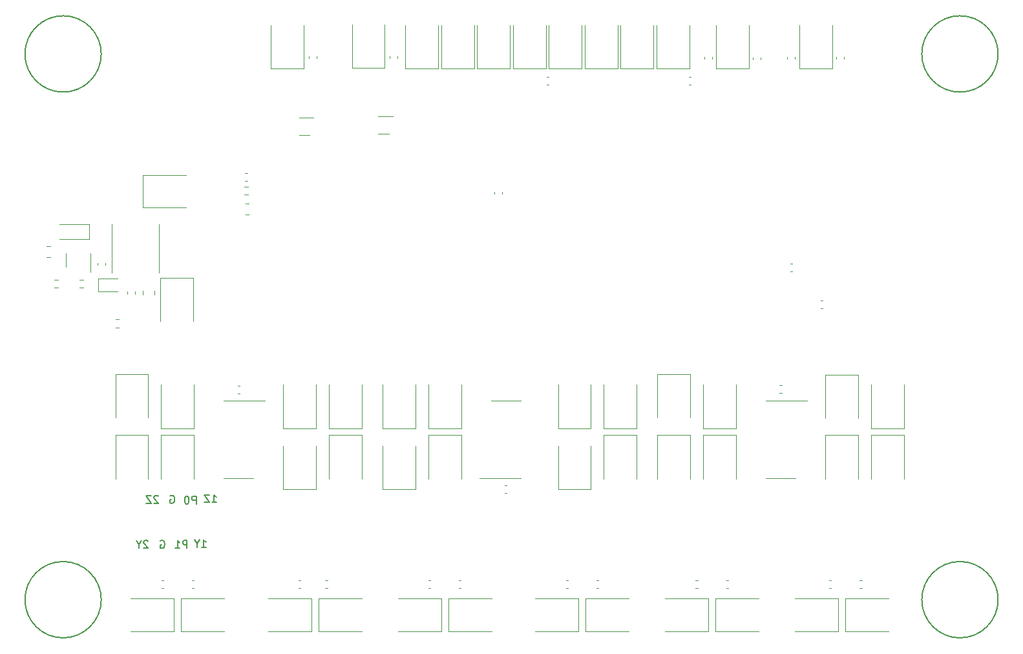
<source format=gbr>
%TF.GenerationSoftware,KiCad,Pcbnew,5.1.10-88a1d61d58~88~ubuntu20.04.1*%
%TF.CreationDate,2021-05-20T14:16:26-06:00*%
%TF.ProjectId,colordance-brain,636f6c6f-7264-4616-9e63-652d62726169,rev?*%
%TF.SameCoordinates,Original*%
%TF.FileFunction,Legend,Bot*%
%TF.FilePolarity,Positive*%
%FSLAX46Y46*%
G04 Gerber Fmt 4.6, Leading zero omitted, Abs format (unit mm)*
G04 Created by KiCad (PCBNEW 5.1.10-88a1d61d58~88~ubuntu20.04.1) date 2021-05-20 14:16:26*
%MOMM*%
%LPD*%
G01*
G04 APERTURE LIST*
%ADD10C,0.150000*%
%ADD11C,0.120000*%
G04 APERTURE END LIST*
D10*
X33461904Y-110447619D02*
X33414285Y-110400000D01*
X33319047Y-110352380D01*
X33080952Y-110352380D01*
X32985714Y-110400000D01*
X32938095Y-110447619D01*
X32890476Y-110542857D01*
X32890476Y-110638095D01*
X32938095Y-110780952D01*
X33509523Y-111352380D01*
X32890476Y-111352380D01*
X32557142Y-110352380D02*
X31890476Y-110352380D01*
X32557142Y-111352380D01*
X31890476Y-111352380D01*
X35038095Y-110400000D02*
X35133333Y-110352380D01*
X35276190Y-110352380D01*
X35419047Y-110400000D01*
X35514285Y-110495238D01*
X35561904Y-110590476D01*
X35609523Y-110780952D01*
X35609523Y-110923809D01*
X35561904Y-111114285D01*
X35514285Y-111209523D01*
X35419047Y-111304761D01*
X35276190Y-111352380D01*
X35180952Y-111352380D01*
X35038095Y-111304761D01*
X34990476Y-111257142D01*
X34990476Y-110923809D01*
X35180952Y-110923809D01*
X38438095Y-111452380D02*
X38438095Y-110452380D01*
X38057142Y-110452380D01*
X37961904Y-110500000D01*
X37914285Y-110547619D01*
X37866666Y-110642857D01*
X37866666Y-110785714D01*
X37914285Y-110880952D01*
X37961904Y-110928571D01*
X38057142Y-110976190D01*
X38438095Y-110976190D01*
X37247619Y-110452380D02*
X37152380Y-110452380D01*
X37057142Y-110500000D01*
X37009523Y-110547619D01*
X36961904Y-110642857D01*
X36914285Y-110833333D01*
X36914285Y-111071428D01*
X36961904Y-111261904D01*
X37009523Y-111357142D01*
X37057142Y-111404761D01*
X37152380Y-111452380D01*
X37247619Y-111452380D01*
X37342857Y-111404761D01*
X37390476Y-111357142D01*
X37438095Y-111261904D01*
X37485714Y-111071428D01*
X37485714Y-110833333D01*
X37438095Y-110642857D01*
X37390476Y-110547619D01*
X37342857Y-110500000D01*
X37247619Y-110452380D01*
X40490476Y-111252380D02*
X41061904Y-111252380D01*
X40776190Y-111252380D02*
X40776190Y-110252380D01*
X40871428Y-110395238D01*
X40966666Y-110490476D01*
X41061904Y-110538095D01*
X40157142Y-110252380D02*
X39490476Y-110252380D01*
X40157142Y-111252380D01*
X39490476Y-111252380D01*
X39142857Y-117152380D02*
X39714285Y-117152380D01*
X39428571Y-117152380D02*
X39428571Y-116152380D01*
X39523809Y-116295238D01*
X39619047Y-116390476D01*
X39714285Y-116438095D01*
X38523809Y-116676190D02*
X38523809Y-117152380D01*
X38857142Y-116152380D02*
X38523809Y-116676190D01*
X38190476Y-116152380D01*
X37238095Y-117252380D02*
X37238095Y-116252380D01*
X36857142Y-116252380D01*
X36761904Y-116300000D01*
X36714285Y-116347619D01*
X36666666Y-116442857D01*
X36666666Y-116585714D01*
X36714285Y-116680952D01*
X36761904Y-116728571D01*
X36857142Y-116776190D01*
X37238095Y-116776190D01*
X35714285Y-117252380D02*
X36285714Y-117252380D01*
X36000000Y-117252380D02*
X36000000Y-116252380D01*
X36095238Y-116395238D01*
X36190476Y-116490476D01*
X36285714Y-116538095D01*
X33738095Y-116300000D02*
X33833333Y-116252380D01*
X33976190Y-116252380D01*
X34119047Y-116300000D01*
X34214285Y-116395238D01*
X34261904Y-116490476D01*
X34309523Y-116680952D01*
X34309523Y-116823809D01*
X34261904Y-117014285D01*
X34214285Y-117109523D01*
X34119047Y-117204761D01*
X33976190Y-117252380D01*
X33880952Y-117252380D01*
X33738095Y-117204761D01*
X33690476Y-117157142D01*
X33690476Y-116823809D01*
X33880952Y-116823809D01*
X32114285Y-116347619D02*
X32066666Y-116300000D01*
X31971428Y-116252380D01*
X31733333Y-116252380D01*
X31638095Y-116300000D01*
X31590476Y-116347619D01*
X31542857Y-116442857D01*
X31542857Y-116538095D01*
X31590476Y-116680952D01*
X32161904Y-117252380D01*
X31542857Y-117252380D01*
X30923809Y-116776190D02*
X30923809Y-117252380D01*
X31257142Y-116252380D02*
X30923809Y-116776190D01*
X30590476Y-116252380D01*
D11*
%TO.C,U7*%
X63700000Y-62960000D02*
X62300000Y-62960000D01*
X62300000Y-60640000D02*
X64200000Y-60640000D01*
%TO.C,U6*%
X53300000Y-63160000D02*
X51900000Y-63160000D01*
X51900000Y-60840000D02*
X53800000Y-60840000D01*
%TO.C,D17*%
X103050000Y-54450000D02*
X98750000Y-54450000D01*
X98750000Y-54450000D02*
X98750000Y-48750000D01*
X103050000Y-54450000D02*
X103050000Y-48750000D01*
%TO.C,D16*%
X79550000Y-54450000D02*
X75250000Y-54450000D01*
X75250000Y-54450000D02*
X75250000Y-48750000D01*
X79550000Y-54450000D02*
X79550000Y-48750000D01*
%TO.C,D15*%
X93650000Y-54450000D02*
X89350000Y-54450000D01*
X89350000Y-54450000D02*
X89350000Y-48750000D01*
X93650000Y-54450000D02*
X93650000Y-48750000D01*
%TO.C,D14*%
X33750000Y-81850000D02*
X38050000Y-81850000D01*
X38050000Y-81850000D02*
X38050000Y-87550000D01*
X33750000Y-81850000D02*
X33750000Y-87550000D01*
%TO.C,D13*%
X70150000Y-54450000D02*
X65850000Y-54450000D01*
X65850000Y-54450000D02*
X65850000Y-48750000D01*
X70150000Y-54450000D02*
X70150000Y-48750000D01*
%TO.C,D12*%
X121750000Y-54450000D02*
X117450000Y-54450000D01*
X117450000Y-54450000D02*
X117450000Y-48750000D01*
X121750000Y-54450000D02*
X121750000Y-48750000D01*
%TO.C,D10*%
X63150000Y-54350000D02*
X58850000Y-54350000D01*
X58850000Y-54350000D02*
X58850000Y-48650000D01*
X63150000Y-54350000D02*
X63150000Y-48650000D01*
%TO.C,D8*%
X84250000Y-54450000D02*
X79950000Y-54450000D01*
X79950000Y-54450000D02*
X79950000Y-48750000D01*
X84250000Y-54450000D02*
X84250000Y-48750000D01*
%TO.C,D7*%
X98350000Y-54450000D02*
X94050000Y-54450000D01*
X94050000Y-54450000D02*
X94050000Y-48750000D01*
X98350000Y-54450000D02*
X98350000Y-48750000D01*
%TO.C,D6*%
X74850000Y-54450000D02*
X70550000Y-54450000D01*
X70550000Y-54450000D02*
X70550000Y-48750000D01*
X74850000Y-54450000D02*
X74850000Y-48750000D01*
%TO.C,D5*%
X110850000Y-54450000D02*
X106550000Y-54450000D01*
X106550000Y-54450000D02*
X106550000Y-48750000D01*
X110850000Y-54450000D02*
X110850000Y-48750000D01*
%TO.C,D4*%
X52550000Y-54450000D02*
X48250000Y-54450000D01*
X48250000Y-54450000D02*
X48250000Y-48750000D01*
X52550000Y-54450000D02*
X52550000Y-48750000D01*
%TO.C,D3*%
X88950000Y-54450000D02*
X84650000Y-54450000D01*
X84650000Y-54450000D02*
X84650000Y-48750000D01*
X88950000Y-54450000D02*
X88950000Y-48750000D01*
%TO.C,C33*%
X45140580Y-69110000D02*
X44859420Y-69110000D01*
X45140580Y-68090000D02*
X44859420Y-68090000D01*
D10*
%TO.C,H4*%
X26000000Y-124000000D02*
G75*
G03*
X26000000Y-124000000I-5000000J0D01*
G01*
%TO.C,H3*%
X143500000Y-52500000D02*
G75*
G03*
X143500000Y-52500000I-5000000J0D01*
G01*
%TO.C,H2*%
X143500000Y-124000000D02*
G75*
G03*
X143500000Y-124000000I-5000000J0D01*
G01*
%TO.C,H1*%
X26000000Y-52500000D02*
G75*
G03*
X26000000Y-52500000I-5000000J0D01*
G01*
D11*
%TO.C,U5*%
X79000000Y-108060000D02*
X75550000Y-108060000D01*
X79000000Y-108060000D02*
X80950000Y-108060000D01*
X79000000Y-97940000D02*
X77050000Y-97940000D01*
X79000000Y-97940000D02*
X80950000Y-97940000D01*
%TO.C,U4*%
X115000000Y-97940000D02*
X118450000Y-97940000D01*
X115000000Y-97940000D02*
X113050000Y-97940000D01*
X115000000Y-108060000D02*
X116950000Y-108060000D01*
X115000000Y-108060000D02*
X113050000Y-108060000D01*
%TO.C,U3*%
X44000000Y-97940000D02*
X47450000Y-97940000D01*
X44000000Y-97940000D02*
X42050000Y-97940000D01*
X44000000Y-108060000D02*
X45950000Y-108060000D01*
X44000000Y-108060000D02*
X42050000Y-108060000D01*
%TO.C,U1*%
X24610000Y-78600000D02*
X24610000Y-81050000D01*
X21390000Y-80400000D02*
X21390000Y-78600000D01*
%TO.C,R5*%
X20337258Y-83122500D02*
X19862742Y-83122500D01*
X20337258Y-82077500D02*
X19862742Y-82077500D01*
%TO.C,R4*%
X23637258Y-83122500D02*
X23162742Y-83122500D01*
X23637258Y-82077500D02*
X23162742Y-82077500D01*
%TO.C,R3*%
X45237258Y-70922500D02*
X44762742Y-70922500D01*
X45237258Y-69877500D02*
X44762742Y-69877500D01*
%TO.C,R2*%
X44872936Y-72065000D02*
X45327064Y-72065000D01*
X44872936Y-73535000D02*
X45327064Y-73535000D01*
%TO.C,R1*%
X27862742Y-87277500D02*
X28337258Y-87277500D01*
X27862742Y-88322500D02*
X28337258Y-88322500D01*
%TO.C,L1*%
X33600000Y-74850000D02*
X33600000Y-81150000D01*
X27400000Y-74850000D02*
X27400000Y-81150000D01*
%TO.C,D53*%
X96150000Y-101550000D02*
X96150000Y-95850000D01*
X91850000Y-101550000D02*
X91850000Y-95850000D01*
X96150000Y-101550000D02*
X91850000Y-101550000D01*
%TO.C,D52*%
X91850000Y-102450000D02*
X91850000Y-108150000D01*
X96150000Y-102450000D02*
X96150000Y-108150000D01*
X91850000Y-102450000D02*
X96150000Y-102450000D01*
%TO.C,D51*%
X90150000Y-109550000D02*
X90150000Y-103850000D01*
X85850000Y-109550000D02*
X85850000Y-103850000D01*
X90150000Y-109550000D02*
X85850000Y-109550000D01*
%TO.C,D50*%
X90150000Y-101550000D02*
X90150000Y-95850000D01*
X85850000Y-101550000D02*
X85850000Y-95850000D01*
X90150000Y-101550000D02*
X85850000Y-101550000D01*
%TO.C,D49*%
X88550000Y-123850000D02*
X82850000Y-123850000D01*
X88550000Y-128150000D02*
X82850000Y-128150000D01*
X88550000Y-123850000D02*
X88550000Y-128150000D01*
%TO.C,D48*%
X89450000Y-128150000D02*
X95150000Y-128150000D01*
X89450000Y-123850000D02*
X95150000Y-123850000D01*
X89450000Y-128150000D02*
X89450000Y-123850000D01*
%TO.C,D47*%
X73150000Y-101550000D02*
X73150000Y-95850000D01*
X68850000Y-101550000D02*
X68850000Y-95850000D01*
X73150000Y-101550000D02*
X68850000Y-101550000D01*
%TO.C,D46*%
X68850000Y-102450000D02*
X68850000Y-108150000D01*
X73150000Y-102450000D02*
X73150000Y-108150000D01*
X68850000Y-102450000D02*
X73150000Y-102450000D01*
%TO.C,D45*%
X67150000Y-109550000D02*
X67150000Y-103850000D01*
X62850000Y-109550000D02*
X62850000Y-103850000D01*
X67150000Y-109550000D02*
X62850000Y-109550000D01*
%TO.C,D44*%
X67150000Y-101550000D02*
X67150000Y-95850000D01*
X62850000Y-101550000D02*
X62850000Y-95850000D01*
X67150000Y-101550000D02*
X62850000Y-101550000D01*
%TO.C,D43*%
X70550000Y-123850000D02*
X64850000Y-123850000D01*
X70550000Y-128150000D02*
X64850000Y-128150000D01*
X70550000Y-123850000D02*
X70550000Y-128150000D01*
%TO.C,D42*%
X71450000Y-128150000D02*
X77150000Y-128150000D01*
X71450000Y-123850000D02*
X77150000Y-123850000D01*
X71450000Y-128150000D02*
X71450000Y-123850000D01*
%TO.C,D41*%
X109150000Y-101550000D02*
X109150000Y-95850000D01*
X104850000Y-101550000D02*
X104850000Y-95850000D01*
X109150000Y-101550000D02*
X104850000Y-101550000D01*
%TO.C,D40*%
X104850000Y-102450000D02*
X104850000Y-108150000D01*
X109150000Y-102450000D02*
X109150000Y-108150000D01*
X104850000Y-102450000D02*
X109150000Y-102450000D01*
%TO.C,D39*%
X98850000Y-94450000D02*
X98850000Y-100150000D01*
X103150000Y-94450000D02*
X103150000Y-100150000D01*
X98850000Y-94450000D02*
X103150000Y-94450000D01*
%TO.C,D38*%
X98850000Y-102450000D02*
X98850000Y-108150000D01*
X103150000Y-102450000D02*
X103150000Y-108150000D01*
X98850000Y-102450000D02*
X103150000Y-102450000D01*
%TO.C,D37*%
X105550000Y-123850000D02*
X99850000Y-123850000D01*
X105550000Y-128150000D02*
X99850000Y-128150000D01*
X105550000Y-123850000D02*
X105550000Y-128150000D01*
%TO.C,D36*%
X106450000Y-128150000D02*
X112150000Y-128150000D01*
X106450000Y-123850000D02*
X112150000Y-123850000D01*
X106450000Y-128150000D02*
X106450000Y-123850000D01*
%TO.C,D35*%
X126850000Y-102450000D02*
X126850000Y-108150000D01*
X131150000Y-102450000D02*
X131150000Y-108150000D01*
X126850000Y-102450000D02*
X131150000Y-102450000D01*
%TO.C,D34*%
X131150000Y-101550000D02*
X131150000Y-95850000D01*
X126850000Y-101550000D02*
X126850000Y-95850000D01*
X131150000Y-101550000D02*
X126850000Y-101550000D01*
%TO.C,D33*%
X120850000Y-94500000D02*
X120850000Y-100200000D01*
X125150000Y-94500000D02*
X125150000Y-100200000D01*
X120850000Y-94500000D02*
X125150000Y-94500000D01*
%TO.C,D32*%
X120850000Y-102450000D02*
X120850000Y-108150000D01*
X125150000Y-102450000D02*
X125150000Y-108150000D01*
X120850000Y-102450000D02*
X125150000Y-102450000D01*
%TO.C,D31*%
X122550000Y-123850000D02*
X116850000Y-123850000D01*
X122550000Y-128150000D02*
X116850000Y-128150000D01*
X122550000Y-123850000D02*
X122550000Y-128150000D01*
%TO.C,D30*%
X123450000Y-128150000D02*
X129150000Y-128150000D01*
X123450000Y-123850000D02*
X129150000Y-123850000D01*
X123450000Y-128150000D02*
X123450000Y-123850000D01*
%TO.C,D29*%
X33850000Y-102450000D02*
X33850000Y-108150000D01*
X38150000Y-102450000D02*
X38150000Y-108150000D01*
X33850000Y-102450000D02*
X38150000Y-102450000D01*
%TO.C,D28*%
X38150000Y-101550000D02*
X38150000Y-95850000D01*
X33850000Y-101550000D02*
X33850000Y-95850000D01*
X38150000Y-101550000D02*
X33850000Y-101550000D01*
%TO.C,D27*%
X27850000Y-94450000D02*
X27850000Y-100150000D01*
X32150000Y-94450000D02*
X32150000Y-100150000D01*
X27850000Y-94450000D02*
X32150000Y-94450000D01*
%TO.C,D26*%
X27850000Y-102450000D02*
X27850000Y-108150000D01*
X32150000Y-102450000D02*
X32150000Y-108150000D01*
X27850000Y-102450000D02*
X32150000Y-102450000D01*
%TO.C,D25*%
X35550000Y-123850000D02*
X29850000Y-123850000D01*
X35550000Y-128150000D02*
X29850000Y-128150000D01*
X35550000Y-123850000D02*
X35550000Y-128150000D01*
%TO.C,D24*%
X36450000Y-128150000D02*
X42150000Y-128150000D01*
X36450000Y-123850000D02*
X42150000Y-123850000D01*
X36450000Y-128150000D02*
X36450000Y-123850000D01*
%TO.C,D23*%
X60150000Y-101550000D02*
X60150000Y-95850000D01*
X55850000Y-101550000D02*
X55850000Y-95850000D01*
X60150000Y-101550000D02*
X55850000Y-101550000D01*
%TO.C,D22*%
X55850000Y-102450000D02*
X55850000Y-108150000D01*
X60150000Y-102450000D02*
X60150000Y-108150000D01*
X55850000Y-102450000D02*
X60150000Y-102450000D01*
%TO.C,D21*%
X54150000Y-109550000D02*
X54150000Y-103850000D01*
X49850000Y-109550000D02*
X49850000Y-103850000D01*
X54150000Y-109550000D02*
X49850000Y-109550000D01*
%TO.C,D20*%
X54150000Y-101550000D02*
X54150000Y-95850000D01*
X49850000Y-101550000D02*
X49850000Y-95850000D01*
X54150000Y-101550000D02*
X49850000Y-101550000D01*
%TO.C,D19*%
X53550000Y-123850000D02*
X47850000Y-123850000D01*
X53550000Y-128150000D02*
X47850000Y-128150000D01*
X53550000Y-123850000D02*
X53550000Y-128150000D01*
%TO.C,D18*%
X54450000Y-128150000D02*
X60150000Y-128150000D01*
X54450000Y-123850000D02*
X60150000Y-123850000D01*
X54450000Y-128150000D02*
X54450000Y-123850000D01*
%TO.C,D11*%
X25600000Y-83650000D02*
X28150000Y-83650000D01*
X25600000Y-81950000D02*
X28150000Y-81950000D01*
X25600000Y-83650000D02*
X25600000Y-81950000D01*
%TO.C,D9*%
X24450000Y-74800000D02*
X20550000Y-74800000D01*
X24450000Y-76800000D02*
X20550000Y-76800000D01*
X24450000Y-74800000D02*
X24450000Y-76800000D01*
%TO.C,D2*%
X31450000Y-72650000D02*
X37150000Y-72650000D01*
X31450000Y-68350000D02*
X37150000Y-68350000D01*
X31450000Y-72650000D02*
X31450000Y-68350000D01*
%TO.C,C32*%
X86859420Y-121490000D02*
X87140580Y-121490000D01*
X86859420Y-122510000D02*
X87140580Y-122510000D01*
%TO.C,C31*%
X91140580Y-122510000D02*
X90859420Y-122510000D01*
X91140580Y-121490000D02*
X90859420Y-121490000D01*
%TO.C,C30*%
X68859420Y-121490000D02*
X69140580Y-121490000D01*
X68859420Y-122510000D02*
X69140580Y-122510000D01*
%TO.C,C29*%
X73140580Y-122510000D02*
X72859420Y-122510000D01*
X73140580Y-121490000D02*
X72859420Y-121490000D01*
%TO.C,C28*%
X79140580Y-110010000D02*
X78859420Y-110010000D01*
X79140580Y-108990000D02*
X78859420Y-108990000D01*
%TO.C,C27*%
X103859420Y-121490000D02*
X104140580Y-121490000D01*
X103859420Y-122510000D02*
X104140580Y-122510000D01*
%TO.C,C26*%
X108140580Y-122510000D02*
X107859420Y-122510000D01*
X108140580Y-121490000D02*
X107859420Y-121490000D01*
%TO.C,C25*%
X121359420Y-121490000D02*
X121640580Y-121490000D01*
X121359420Y-122510000D02*
X121640580Y-122510000D01*
%TO.C,C24*%
X125640580Y-122510000D02*
X125359420Y-122510000D01*
X125640580Y-121490000D02*
X125359420Y-121490000D01*
%TO.C,C23*%
X114859420Y-95890000D02*
X115140580Y-95890000D01*
X114859420Y-96910000D02*
X115140580Y-96910000D01*
%TO.C,C22*%
X33859420Y-121490000D02*
X34140580Y-121490000D01*
X33859420Y-122510000D02*
X34140580Y-122510000D01*
%TO.C,C21*%
X38140580Y-122510000D02*
X37859420Y-122510000D01*
X38140580Y-121490000D02*
X37859420Y-121490000D01*
%TO.C,C20*%
X51859420Y-121490000D02*
X52140580Y-121490000D01*
X51859420Y-122510000D02*
X52140580Y-122510000D01*
%TO.C,C19*%
X55640580Y-122510000D02*
X55359420Y-122510000D01*
X55640580Y-121490000D02*
X55359420Y-121490000D01*
%TO.C,C18*%
X43859420Y-95990000D02*
X44140580Y-95990000D01*
X43859420Y-97010000D02*
X44140580Y-97010000D01*
%TO.C,C17*%
X116259420Y-79990000D02*
X116540580Y-79990000D01*
X116259420Y-81010000D02*
X116540580Y-81010000D01*
%TO.C,C16*%
X120540580Y-85810000D02*
X120259420Y-85810000D01*
X120540580Y-84790000D02*
X120259420Y-84790000D01*
%TO.C,C15*%
X78510000Y-70559420D02*
X78510000Y-70840580D01*
X77490000Y-70559420D02*
X77490000Y-70840580D01*
%TO.C,C13*%
X102959420Y-55490000D02*
X103240580Y-55490000D01*
X102959420Y-56510000D02*
X103240580Y-56510000D01*
%TO.C,C12*%
X30410000Y-83659420D02*
X30410000Y-83940580D01*
X29390000Y-83659420D02*
X29390000Y-83940580D01*
%TO.C,C11*%
X116910000Y-52859420D02*
X116910000Y-53140580D01*
X115890000Y-52859420D02*
X115890000Y-53140580D01*
%TO.C,C10*%
X32935000Y-83538748D02*
X32935000Y-84061252D01*
X31465000Y-83538748D02*
X31465000Y-84061252D01*
%TO.C,C9*%
X111390000Y-53240580D02*
X111390000Y-52959420D01*
X112410000Y-53240580D02*
X112410000Y-52959420D01*
%TO.C,C8*%
X63790000Y-53040580D02*
X63790000Y-52759420D01*
X64810000Y-53040580D02*
X64810000Y-52759420D01*
%TO.C,C7*%
X25490000Y-80140580D02*
X25490000Y-79859420D01*
X26510000Y-80140580D02*
X26510000Y-79859420D01*
%TO.C,C6*%
X106010000Y-52859420D02*
X106010000Y-53140580D01*
X104990000Y-52859420D02*
X104990000Y-53140580D01*
%TO.C,C5*%
X19361252Y-79135000D02*
X18838748Y-79135000D01*
X19361252Y-77665000D02*
X18838748Y-77665000D01*
%TO.C,C4*%
X84359420Y-55490000D02*
X84640580Y-55490000D01*
X84359420Y-56510000D02*
X84640580Y-56510000D01*
%TO.C,C3*%
X122290000Y-53140580D02*
X122290000Y-52859420D01*
X123310000Y-53140580D02*
X123310000Y-52859420D01*
%TO.C,C2*%
X53190000Y-53040580D02*
X53190000Y-52759420D01*
X54210000Y-53040580D02*
X54210000Y-52759420D01*
%TD*%
M02*

</source>
